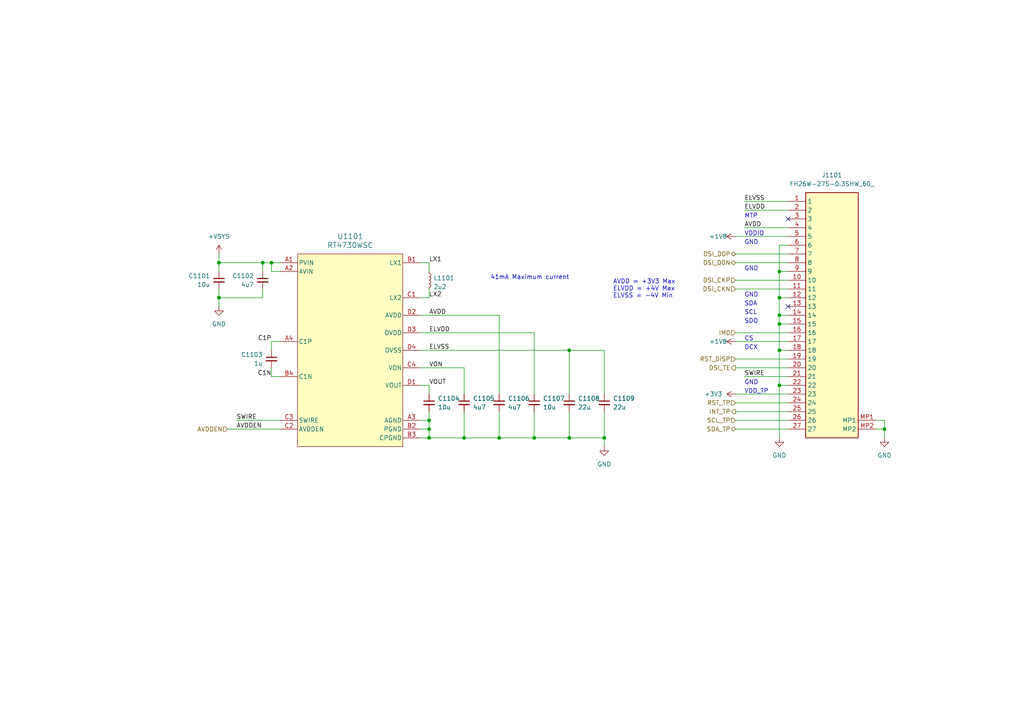
<source format=kicad_sch>
(kicad_sch (version 20231120) (generator "eeschema") (generator_version "8.0")
  (paper "A4")
  (lib_symbols
    (symbol "Device:C_Small" (pin_numbers hide) (pin_names (offset 0.254) hide)
      (property "Reference" "C" (at 0.254 1.778 0))
      (property "Value" "C_Small" (at 0.254 -2.032 0))
      (symbol "C_Small_0_1"
        (polyline (pts (xy -1.524 -0.508) (xy 1.524 -0.508)) (stroke (width 0.3302)))
        (polyline (pts (xy -1.524 0.508) (xy 1.524 0.508)) (stroke (width 0.3048)))
      )
      (symbol "C_Small_1_1"
        (pin passive line (at 0 2.54 270) (length 2.032) (name "~") (number "1"))
        (pin passive line (at 0 -2.54 90) (length 2.032) (name "~") (number "2"))
      )
    )
    (symbol "Device:L_Small" (pin_numbers hide) (pin_names (offset 0.254) hide)
      (property "Reference" "L" (at 0.762 1.016 0))
      (property "Value" "L_Small" (at 0.762 -1.016 0))
      (symbol "L_Small_0_1"
        (arc (start 0 -2.032) (mid 0.5058 -1.524) (end 0 -1.016))
        (arc (start 0 -1.016) (mid 0.5058 -0.508) (end 0 0))
        (arc (start 0 0) (mid 0.5058 0.508) (end 0 1.016))
        (arc (start 0 1.016) (mid 0.5058 1.524) (end 0 2.032))
      )
      (symbol "L_Small_1_1"
        (pin passive line (at 0 2.54 270) (length 0.508) (name "~") (number "1"))
        (pin passive line (at 0 -2.54 90) (length 0.508) (name "~") (number "2"))
      )
    )
    (symbol "FH26W-27S-0_3SHW_60_:FH26W-27S-0.3SHW_60_"
      (property "Reference" "J" (at 0 5.08 0))
      (property "Value" "FH26W-27S-0.3SHW_60_" (at 0 2.54 0))
      (symbol "FH26W-27S-0.3SHW_60__1_1"
        (rectangle (start -7.62 0) (end 7.62 -71.12) (stroke (width 0.254)) (fill (type background)))
        (pin passive line (at -12.7 -2.54 0) (length 5.08) (name "1") (number "1"))
        (pin passive line (at -12.7 -25.4 0) (length 5.08) (name "10") (number "10"))
        (pin passive line (at -12.7 -27.94 0) (length 5.08) (name "11") (number "11"))
        (pin passive line (at -12.7 -30.48 0) (length 5.08) (name "12") (number "12"))
        (pin passive line (at -12.7 -33.02 0) (length 5.08) (name "13") (number "13"))
        (pin passive line (at -12.7 -35.56 0) (length 5.08) (name "14") (number "14"))
        (pin passive line (at -12.7 -38.1 0) (length 5.08) (name "15") (number "15"))
        (pin passive line (at -12.7 -40.64 0) (length 5.08) (name "16") (number "16"))
        (pin passive line (at -12.7 -43.18 0) (length 5.08) (name "17") (number "17"))
        (pin passive line (at -12.7 -45.72 0) (length 5.08) (name "18") (number "18"))
        (pin passive line (at -12.7 -48.26 0) (length 5.08) (name "19") (number "19"))
        (pin passive line (at -12.7 -5.08 0) (length 5.08) (name "2") (number "2"))
        (pin passive line (at -12.7 -50.8 0) (length 5.08) (name "20") (number "20"))
        (pin passive line (at -12.7 -53.34 0) (length 5.08) (name "21") (number "21"))
        (pin passive line (at -12.7 -55.88 0) (length 5.08) (name "22") (number "22"))
        (pin passive line (at -12.7 -58.42 0) (length 5.08) (name "23") (number "23"))
        (pin passive line (at -12.7 -60.96 0) (length 5.08) (name "24") (number "24"))
        (pin passive line (at -12.7 -63.5 0) (length 5.08) (name "25") (number "25"))
        (pin passive line (at -12.7 -66.04 0) (length 5.08) (name "26") (number "26"))
        (pin passive line (at -12.7 -68.58 0) (length 5.08) (name "27") (number "27"))
        (pin passive line (at -12.7 -7.62 0) (length 5.08) (name "3") (number "3"))
        (pin passive line (at -12.7 -10.16 0) (length 5.08) (name "4") (number "4"))
        (pin passive line (at -12.7 -12.7 0) (length 5.08) (name "5") (number "5"))
        (pin passive line (at -12.7 -15.24 0) (length 5.08) (name "6") (number "6"))
        (pin passive line (at -12.7 -17.78 0) (length 5.08) (name "7") (number "7"))
        (pin passive line (at -12.7 -20.32 0) (length 5.08) (name "8") (number "8"))
        (pin passive line (at -12.7 -22.86 0) (length 5.08) (name "9") (number "9"))
        (pin passive line (at 12.7 -66.04 180) (length 5.08) (name "MP1") (number "MP1"))
        (pin passive line (at 12.7 -68.58 180) (length 5.08) (name "MP2") (number "MP2"))
      )
    )
    (symbol "RT4730WSC:RT4730WSC" (pin_names (offset 0.254))
      (property "Reference" "U" (at 0 25.4 0))
      (property "Value" "RT4730WSC" (at 0 22.86 0))
      (symbol "RT4730WSC_0_1"
        (pin power_in line (at -20.32 17.78 0) (length 5.08) (name "PVIN") (number "A1"))
        (pin power_in line (at -20.32 15.24 0) (length 5.08) (name "AVIN") (number "A2"))
        (pin power_out line (at 20.32 -27.94 180) (length 5.08) (name "AGND") (number "A3"))
        (pin bidirectional line (at 20.32 17.78 180) (length 5.08) (name "LX1") (number "B1"))
        (pin power_out line (at 20.32 -30.48 180) (length 5.08) (name "PGND") (number "B2"))
        (pin power_out line (at 20.32 -33.02 180) (length 5.08) (name "CPGND") (number "B3"))
        (pin bidirectional line (at 20.32 7.62 180) (length 5.08) (name "LX2") (number "C1"))
        (pin power_in line (at -20.32 -30.48 0) (length 5.08) (name "AVDDEN") (number "C2"))
        (pin unspecified line (at -20.32 -27.94 0) (length 5.08) (name "SWIRE") (number "C3"))
        (pin output line (at 20.32 -12.7 180) (length 5.08) (name "VON") (number "C4"))
        (pin output line (at 20.32 -17.78 180) (length 5.08) (name "VOUT") (number "D1"))
        (pin output line (at 20.32 2.54 180) (length 5.08) (name "AVDD") (number "D2"))
        (pin output line (at 20.32 -2.54 180) (length 5.08) (name "OVDD") (number "D3"))
        (pin output line (at 20.32 -7.62 180) (length 5.08) (name "OVSS") (number "D4"))
      )
      (symbol "RT4730WSC_1_1"
        (rectangle (start -15.24 20.32) (end 15.24 -35.56) (fill (type background)))
        (pin unspecified line (at -20.32 -5.08 0) (length 5.08) (name "C1P") (number "A4"))
        (pin unspecified line (at -20.32 -15.24 0) (length 5.08) (name "C1N") (number "B4"))
      )
    )
    (symbol "power:+1V8" (power) (pin_numbers hide) (pin_names (offset 0) hide)
      (property "Value" "+1V8" (at 0 3.556 0))
      (symbol "+1V8_0_1"
        (polyline (pts (xy -0.762 1.27) (xy 0 2.54)))
        (polyline (pts (xy 0 0) (xy 0 2.54)))
        (polyline (pts (xy 0 2.54) (xy 0.762 1.27)))
      )
      (symbol "+1V8_1_1"
        (pin power_in line (at 0 0 90) (length 0) (name "~") (number "1"))
      )
    )
    (symbol "power:+3V3" (power) (pin_numbers hide) (pin_names (offset 0) hide)
      (property "Value" "+3V3" (at 0 3.556 0))
      (symbol "+3V3_0_1"
        (polyline (pts (xy -0.762 1.27) (xy 0 2.54)))
        (polyline (pts (xy 0 0) (xy 0 2.54)))
        (polyline (pts (xy 0 2.54) (xy 0.762 1.27)))
      )
      (symbol "+3V3_1_1"
        (pin power_in line (at 0 0 90) (length 0) (name "~") (number "1"))
      )
    )
    (symbol "power:GND" (power) (pin_numbers hide) (pin_names (offset 0) hide)
      (property "Value" "GND" (at 0 -3.81 0))
      (symbol "GND_0_1"
        (polyline (pts (xy 0 0) (xy 0 -1.27) (xy 1.27 -1.27) (xy 0 -2.54) (xy -1.27 -1.27) (xy 0 -1.27)))
      )
      (symbol "GND_1_1"
        (pin power_in line (at 0 0 270) (length 0) (name "~") (number "1"))
      )
    )
    (symbol "watch_symbols_lib:+VSYS" (power) (pin_names (offset 0))
      (property "Value" "+VSYS" (at 0 3.556 0))
      (symbol "+VSYS_0_1"
        (polyline (pts (xy -0.762 1.27) (xy 0 2.54)))
        (polyline (pts (xy 0 0) (xy 0 2.54)))
        (polyline (pts (xy 0 2.54) (xy 0.762 1.27)))
      )
      (symbol "+VSYS_1_1"
        (pin power_in line (at 0 0 90) (length 0) hide (name "+VSYS") (number "1"))
      )
    )
  )
  (junction (at 256.54 124.46))
  (junction (at 124.46 124.46))
  (junction (at 175.26 127))
  (junction (at 63.5 76.2))
  (junction (at 134.62 127))
  (junction (at 226.06 91.44))
  (junction (at 124.46 121.92))
  (junction (at 154.94 127))
  (junction (at 165.1 127))
  (junction (at 76.2 76.2))
  (junction (at 63.5 86.36))
  (junction (at 226.06 86.36))
  (junction (at 226.06 101.6))
  (junction (at 165.1 101.6))
  (junction (at 144.78 127))
  (junction (at 226.06 111.76))
  (junction (at 78.74 76.2))
  (junction (at 226.06 78.74))
  (junction (at 226.06 93.98))
  (junction (at 124.46 127))
  (no_connect (at 228.6 88.9))
  (no_connect (at 228.6 63.5))
  (wire (pts (xy 213.36 99.06) (xy 228.6 99.06)))
  (wire (pts (xy 121.92 106.68) (xy 134.62 106.68)))
  (wire (pts (xy 154.94 114.3) (xy 154.94 96.52)))
  (wire (pts (xy 63.5 76.2) (xy 76.2 76.2)))
  (wire (pts (xy 124.46 114.3) (xy 124.46 111.76)))
  (wire (pts (xy 213.36 73.66) (xy 228.6 73.66)))
  (wire (pts (xy 124.46 121.92) (xy 124.46 119.38)))
  (wire (pts (xy 165.1 101.6) (xy 175.26 101.6)))
  (wire (pts (xy 78.74 76.2) (xy 81.28 76.2)))
  (wire (pts (xy 78.74 101.6) (xy 78.74 99.06)))
  (wire (pts (xy 226.06 91.44) (xy 228.6 91.44)))
  (wire (pts (xy 76.2 86.36) (xy 76.2 83.82)))
  (wire (pts (xy 213.36 68.58) (xy 228.6 68.58)))
  (wire (pts (xy 165.1 119.38) (xy 165.1 127)))
  (wire (pts (xy 228.6 71.12) (xy 226.06 71.12)))
  (wire (pts (xy 81.28 78.74) (xy 78.74 78.74)))
  (wire (pts (xy 175.26 127) (xy 165.1 127)))
  (wire (pts (xy 165.1 127) (xy 154.94 127)))
  (wire (pts (xy 165.1 101.6) (xy 121.92 101.6)))
  (wire (pts (xy 256.54 121.92) (xy 254 121.92)))
  (wire (pts (xy 78.74 76.2) (xy 78.74 78.74)))
  (wire (pts (xy 78.74 106.68) (xy 78.74 109.22)))
  (wire (pts (xy 165.1 101.6) (xy 165.1 114.3)))
  (wire (pts (xy 254 124.46) (xy 256.54 124.46)))
  (wire (pts (xy 215.9 66.04) (xy 228.6 66.04)))
  (wire (pts (xy 124.46 76.2) (xy 121.92 76.2)))
  (wire (pts (xy 144.78 127) (xy 134.62 127)))
  (wire (pts (xy 256.54 127) (xy 256.54 124.46)))
  (wire (pts (xy 124.46 83.82) (xy 124.46 86.36)))
  (wire (pts (xy 175.26 119.38) (xy 175.26 127)))
  (wire (pts (xy 213.36 104.14) (xy 228.6 104.14)))
  (wire (pts (xy 213.36 83.82) (xy 228.6 83.82)))
  (wire (pts (xy 226.06 91.44) (xy 226.06 86.36)))
  (wire (pts (xy 121.92 96.52) (xy 154.94 96.52)))
  (wire (pts (xy 175.26 101.6) (xy 175.26 114.3)))
  (wire (pts (xy 134.62 119.38) (xy 134.62 127)))
  (wire (pts (xy 63.5 86.36) (xy 63.5 88.9)))
  (wire (pts (xy 76.2 76.2) (xy 78.74 76.2)))
  (wire (pts (xy 226.06 78.74) (xy 228.6 78.74)))
  (wire (pts (xy 215.9 58.42) (xy 228.6 58.42)))
  (wire (pts (xy 121.92 121.92) (xy 124.46 121.92)))
  (wire (pts (xy 226.06 86.36) (xy 228.6 86.36)))
  (wire (pts (xy 215.9 109.22) (xy 228.6 109.22)))
  (wire (pts (xy 134.62 106.68) (xy 134.62 114.3)))
  (wire (pts (xy 154.94 119.38) (xy 154.94 127)))
  (wire (pts (xy 226.06 93.98) (xy 226.06 91.44)))
  (wire (pts (xy 175.26 127) (xy 175.26 129.54)))
  (wire (pts (xy 215.9 60.96) (xy 228.6 60.96)))
  (wire (pts (xy 63.5 78.74) (xy 63.5 76.2)))
  (wire (pts (xy 121.92 91.44) (xy 144.78 91.44)))
  (wire (pts (xy 213.36 76.2) (xy 228.6 76.2)))
  (wire (pts (xy 121.92 111.76) (xy 124.46 111.76)))
  (wire (pts (xy 213.36 96.52) (xy 228.6 96.52)))
  (wire (pts (xy 68.58 121.92) (xy 81.28 121.92)))
  (wire (pts (xy 144.78 119.38) (xy 144.78 127)))
  (wire (pts (xy 66.04 124.46) (xy 81.28 124.46)))
  (wire (pts (xy 124.46 124.46) (xy 124.46 121.92)))
  (wire (pts (xy 226.06 111.76) (xy 226.06 101.6)))
  (wire (pts (xy 76.2 78.74) (xy 76.2 76.2)))
  (wire (pts (xy 226.06 101.6) (xy 226.06 93.98)))
  (wire (pts (xy 78.74 109.22) (xy 81.28 109.22)))
  (wire (pts (xy 121.92 127) (xy 124.46 127)))
  (wire (pts (xy 226.06 111.76) (xy 228.6 111.76)))
  (wire (pts (xy 154.94 127) (xy 144.78 127)))
  (wire (pts (xy 213.36 81.28) (xy 228.6 81.28)))
  (wire (pts (xy 213.36 114.3) (xy 228.6 114.3)))
  (wire (pts (xy 63.5 73.66) (xy 63.5 76.2)))
  (wire (pts (xy 121.92 124.46) (xy 124.46 124.46)))
  (wire (pts (xy 256.54 124.46) (xy 256.54 121.92)))
  (wire (pts (xy 226.06 127) (xy 226.06 111.76)))
  (wire (pts (xy 213.36 121.92) (xy 228.6 121.92)))
  (wire (pts (xy 213.36 116.84) (xy 228.6 116.84)))
  (wire (pts (xy 124.46 86.36) (xy 121.92 86.36)))
  (wire (pts (xy 226.06 93.98) (xy 228.6 93.98)))
  (wire (pts (xy 124.46 127) (xy 124.46 124.46)))
  (wire (pts (xy 78.74 99.06) (xy 81.28 99.06)))
  (wire (pts (xy 213.36 124.46) (xy 228.6 124.46)))
  (wire (pts (xy 213.36 106.68) (xy 228.6 106.68)))
  (wire (pts (xy 226.06 101.6) (xy 228.6 101.6)))
  (wire (pts (xy 144.78 91.44) (xy 144.78 114.3)))
  (wire (pts (xy 213.36 119.38) (xy 228.6 119.38)))
  (wire (pts (xy 226.06 86.36) (xy 226.06 78.74)))
  (wire (pts (xy 63.5 86.36) (xy 76.2 86.36)))
  (wire (pts (xy 124.46 78.74) (xy 124.46 76.2)))
  (wire (pts (xy 226.06 71.12) (xy 226.06 78.74)))
  (wire (pts (xy 134.62 127) (xy 124.46 127)))
  (wire (pts (xy 63.5 83.82) (xy 63.5 86.36)))
  (text "GND" (at 215.9 86.36 0) (effects (font (size 1.27 1.27)) (justify left bottom)))
  (text "VDDIO" (at 215.9 68.58 0) (effects (font (size 1.27 1.27)) (justify left bottom)))
  (text "SDA" (at 215.9 88.9 0) (effects (font (size 1.27 1.27)) (justify left bottom)))
  (text "SCL" (at 215.9 91.44 0) (effects (font (size 1.27 1.27)) (justify left bottom)))
  (text "DCX" (at 215.9 101.6 0) (effects (font (size 1.27 1.27)) (justify left bottom)))
  (text "VDD_TP" (at 215.9 114.3 0) (effects (font (size 1.27 1.27)) (justify left bottom)))
  (text "GND" (at 215.9 111.76 0) (effects (font (size 1.27 1.27)) (justify left bottom)))
  (text "CS" (at 215.9 99.06 0) (effects (font (size 1.27 1.27)) (justify left bottom)))
  (text "AVDD = +3V3 Max\nELVDD = +4V Max\nELVSS = -4V Min" (at 177.8 83.82 0) (effects (font (size 1.27 1.27)) (justify left)))
  (text "41mA Maximum current" (at 142.24 81.28 0) (effects (font (size 1.27 1.27)) (justify left bottom)))
  (text "GND" (at 215.9 78.74 0) (effects (font (size 1.27 1.27)) (justify left bottom)))
  (text "SDO" (at 215.9 93.98 0) (effects (font (size 1.27 1.27)) (justify left bottom)))
  (text "GND" (at 215.9 71.12 0) (effects (font (size 1.27 1.27)) (justify left bottom)))
  (text "MTP" (at 215.9 63.5 0) (effects (font (size 1.27 1.27)) (justify left bottom)))
  (label "AVDD" (at 124.46 91.44 0))
  (label "ELVDD" (at 215.9 60.96 0))
  (label "ELVSS" (at 124.46 101.6 0))
  (label "VOUT" (at 124.46 111.76 0))
  (label "ELVSS" (at 215.9 58.42 0))
  (label "C1P" (at 78.74 99.06 180))
  (label "SWIRE" (at 68.58 121.92 0))
  (label "VON" (at 124.46 106.68 0))
  (label "LX1" (at 124.46 76.2 0))
  (label "AVDD" (at 215.9 66.04 0))
  (label "LX2" (at 124.46 86.36 0))
  (label "SWIRE" (at 215.9 109.22 0))
  (label "AVDDEN" (at 68.58 124.46 0))
  (label "ELVDD" (at 124.46 96.52 0))
  (label "C1N" (at 78.74 109.22 180))
  (hierarchical_label "DSI_CKN" (shape input) (at 213.36 83.82 180))
  (hierarchical_label "DSI_TE" (shape output) (at 213.36 106.68 180))
  (hierarchical_label "INT_TP" (shape output) (at 213.36 119.38 180))
  (hierarchical_label "IM0" (shape input) (at 213.36 96.52 180))
  (hierarchical_label "DSI_D0N" (shape bidirectional) (at 213.36 76.2 180))
  (hierarchical_label "RST_DISP" (shape input) (at 213.36 104.14 180))
  (hierarchical_label "DSI_CKP" (shape input) (at 213.36 81.28 180))
  (hierarchical_label "DSI_D0P" (shape bidirectional) (at 213.36 73.66 180))
  (hierarchical_label "RST_TP" (shape input) (at 213.36 116.84 180))
  (hierarchical_label "SCL_TP" (shape input) (at 213.36 121.92 180))
  (hierarchical_label "SDA_TP" (shape bidirectional) (at 213.36 124.46 180))
  (hierarchical_label "AVDDEN" (shape input) (at 66.04 124.46 180))
  (symbol (lib_id "Device:C_Small") (at 144.78 116.84 0) (mirror y) (unit 1)
    (property "Reference" "C1106" (at 147.32 115.5763 0) (effects (justify right)))
    (property "Value" "4u7" (at 147.32 118.1163 0) (effects (justify right)))
    (property "Footprint" "Capacitor_SMD:C_0402_1005Metric" (effects (hide yes)))
    (property "Description" "Unpolarized capacitor, small symbol" (effects (hide yes)))
    (instances (project "keyboard_v2" (path "" (reference "C1106") (unit 1)) (path "" (reference "C406") (unit 1))))
  )
  (symbol (lib_id "Device:L_Small") (at 124.46 81.28 0) (unit 1)
    (property "Reference" "L1101" (at 125.73 80.645 0) (effects (justify left)))
    (property "Value" "2u2" (at 125.73 83.185 0) (effects (justify left)))
    (property "Footprint" "Inductor_SMD:L_Murata_DFE201610P" (effects (hide yes)))
    (property "Description" "Inductor, small symbol" (effects (hide yes)))
    (instances (project "keyboard_v2" (path "" (reference "L1101") (unit 1)) (path "" (reference "L401") (unit 1))))
  )
  (symbol (lib_id "Device:C_Small") (at 63.5 81.28 0) (unit 1)
    (property "Reference" "C1101" (at 60.96 80.0163 0) (effects (justify right)))
    (property "Value" "10u" (at 60.96 82.5563 0) (effects (justify right)))
    (property "Footprint" "Capacitor_SMD:C_0402_1005Metric" (effects (hide yes)))
    (property "Description" "Unpolarized capacitor, small symbol" (effects (hide yes)))
    (instances (project "keyboard_v2" (path "" (reference "C1101") (unit 1)) (path "" (reference "C401") (unit 1))))
  )
  (symbol (lib_id "Device:C_Small") (at 175.26 116.84 0) (mirror y) (unit 1)
    (property "Reference" "C1109" (at 177.8 115.5763 0) (effects (justify right)))
    (property "Value" "22u" (at 177.8 118.1163 0) (effects (justify right)))
    (property "Footprint" "Capacitor_SMD:C_0402_1005Metric" (effects (hide yes)))
    (property "Description" "Unpolarized capacitor, small symbol" (effects (hide yes)))
    (instances (project "keyboard_v2" (path "" (reference "C1109") (unit 1)) (path "" (reference "C409") (unit 1))))
  )
  (symbol (lib_id "Device:C_Small") (at 134.62 116.84 0) (mirror y) (unit 1)
    (property "Reference" "C1105" (at 137.16 115.5763 0) (effects (justify right)))
    (property "Value" "4u7" (at 137.16 118.1163 0) (effects (justify right)))
    (property "Footprint" "Capacitor_SMD:C_0402_1005Metric" (effects (hide yes)))
    (property "Description" "Unpolarized capacitor, small symbol" (effects (hide yes)))
    (instances (project "keyboard_v2" (path "" (reference "C1105") (unit 1)) (path "" (reference "C405") (unit 1))))
  )
  (symbol (lib_id "power:+1V8") (at 213.36 68.58 90) (unit 1)
    (property "Reference" "#PWR0408" (effects (hide yes)))
    (property "Value" "+1V8" (at 208.28 68.58 90))
    (property "Description" "Power symbol creates a global label with name \"+1V8\"" (effects (hide yes)))
    (instances (project "keyboard_v2" (path "" (reference "#PWR0408") (unit 1)) (path "" (reference "#PWR01108") (unit 1))))
  )
  (symbol (lib_id "power:GND") (at 175.26 129.54 0) (unit 1)
    (property "Reference" "#PWR01103" (effects (hide yes)))
    (property "Value" "GND" (at 175.26 134.62 0))
    (property "Description" "Power symbol creates a global label with name \"GND\" , ground" (effects (hide yes)))
    (instances (project "keyboard_v2" (path "" (reference "#PWR01103") (unit 1)) (path "" (reference "#PWR0403") (unit 1))))
  )
  (symbol (lib_id "power:+1V8") (at 213.36 99.06 90) (unit 1)
    (property "Reference" "#PWR0406" (effects (hide yes)))
    (property "Value" "+1V8" (at 208.28 99.06 90))
    (property "Description" "Power symbol creates a global label with name \"+1V8\"" (effects (hide yes)))
    (instances (project "keyboard_v2" (path "" (reference "#PWR0406") (unit 1)) (path "" (reference "#PWR01106") (unit 1))))
  )
  (symbol (lib_id "watch_symbols_lib:+VSYS") (at 63.5 73.66 0) (unit 1)
    (property "Reference" "#PWR01101" (effects (hide yes)))
    (property "Value" "+VSYS" (at 63.5 68.58 0))
    (property "Description" "Power symbol creates a global label with name \"+VSYS\"" (effects (hide yes)))
    (instances (project "keyboard_v2" (path "" (reference "#PWR01101") (unit 1)) (path "" (reference "#PWR0401") (unit 1))))
  )
  (symbol (lib_id "Device:C_Small") (at 124.46 116.84 0) (mirror y) (unit 1)
    (property "Reference" "C1104" (at 127 115.5763 0) (effects (justify right)))
    (property "Value" "10u" (at 127 118.1163 0) (effects (justify right)))
    (property "Footprint" "Capacitor_SMD:C_0402_1005Metric" (effects (hide yes)))
    (property "Description" "Unpolarized capacitor, small symbol" (effects (hide yes)))
    (instances (project "keyboard_v2" (path "" (reference "C1104") (unit 1)) (path "" (reference "C404") (unit 1))))
  )
  (symbol (lib_id "Device:C_Small") (at 154.94 116.84 0) (mirror y) (unit 1)
    (property "Reference" "C1107" (at 157.48 115.5763 0) (effects (justify right)))
    (property "Value" "10u" (at 157.48 118.1163 0) (effects (justify right)))
    (property "Footprint" "Capacitor_SMD:C_0402_1005Metric" (effects (hide yes)))
    (property "Description" "Unpolarized capacitor, small symbol" (effects (hide yes)))
    (instances (project "keyboard_v2" (path "" (reference "C1107") (unit 1)) (path "" (reference "C407") (unit 1))))
  )
  (symbol (lib_id "power:GND") (at 256.54 127 0) (unit 1)
    (property "Reference" "#PWR0404" (effects (hide yes)))
    (property "Value" "GND" (at 256.54 132.08 0))
    (property "Description" "Power symbol creates a global label with name \"GND\" , ground" (effects (hide yes)))
    (instances (project "keyboard_v2" (path "" (reference "#PWR0404") (unit 1)) (path "" (reference "#PWR01104") (unit 1))))
  )
  (symbol (lib_id "FH26W-27S-0_3SHW_60_:FH26W-27S-0.3SHW_60_") (at 241.3 55.88 0) (unit 1)
    (property "Reference" "J1101" (at 241.3 50.8 0))
    (property "Value" "FH26W-27S-0.3SHW_60_" (at 241.3 53.34 0))
    (property "Footprint" "keyboard_footprints:FH26W27S03SHW60" (effects (hide yes)))
    (property "Datasheet" "https://www.hirose.com/product/document?clcode=CL0580-2400-9-60&productname=FH26W-27S-0.3SHW(60)&series=FH26&documenttype=2DDrawing&lang=en&documentid=0001001683" (effects (hide yes)))
    (property "Description" "FFC & FPC Connectors" (effects (hide yes)))
    (property "Height" "2.3" (effects (hide yes)))
    (property "Mouser Part Number" "798-FH26W27S03SHW60" (effects (hide yes)))
    (property "Mouser Price/Stock" "https://www.mouser.co.uk/ProductDetail/Hirose-Connector/FH26W-27S-0.3SHW60?qs=vcbW%252B4%252BSTIouYwvbDemSLQ%3D%3D" (effects (hide yes)))
    (property "Manufacturer_Name" "Hirose" (effects (hide yes)))
    (property "Manufacturer_Part_Number" "FH26W-27S-0.3SHW(60)" (effects (hide yes)))
    (instances (project "keyboard_v2" (path "" (reference "J1101") (unit 1)) (path "" (reference "J401") (unit 1))))
  )
  (symbol (lib_id "power:GND") (at 226.06 127 0) (unit 1)
    (property "Reference" "#PWR0405" (effects (hide yes)))
    (property "Value" "GND" (at 226.06 132.08 0))
    (property "Description" "Power symbol creates a global label with name \"GND\" , ground" (effects (hide yes)))
    (instances (project "keyboard_v2" (path "" (reference "#PWR0405") (unit 1)) (path "" (reference "#PWR01105") (unit 1))))
  )
  (symbol (lib_id "Device:C_Small") (at 78.74 104.14 0) (unit 1)
    (property "Reference" "C1103" (at 76.2 102.8763 0) (effects (justify right)))
    (property "Value" "1u" (at 76.2 105.4163 0) (effects (justify right)))
    (property "Footprint" "Capacitor_SMD:C_0402_1005Metric" (effects (hide yes)))
    (property "Description" "Unpolarized capacitor, small symbol" (effects (hide yes)))
    (instances (project "keyboard_v2" (path "" (reference "C1103") (unit 1)) (path "" (reference "C403") (unit 1))))
  )
  (symbol (lib_id "power:GND") (at 63.5 88.9 0) (unit 1)
    (property "Reference" "#PWR01102" (effects (hide yes)))
    (property "Value" "GND" (at 63.5 93.98 0))
    (property "Description" "Power symbol creates a global label with name \"GND\" , ground" (effects (hide yes)))
    (instances (project "keyboard_v2" (path "" (reference "#PWR01102") (unit 1)) (path "" (reference "#PWR0402") (unit 1))))
  )
  (symbol (lib_id "RT4730WSC:RT4730WSC") (at 101.6 93.98 0) (unit 1)
    (property "Reference" "U1101" (at 101.6 68.58 0) (effects (font (size 1.524 1.524))))
    (property "Value" "RT4730WSC" (at 101.6 71.12 0) (effects (font (size 1.524 1.524))))
    (property "Footprint" "keyboard_footprints:RT4730WSC" (effects (hide yes)))
    (property "Datasheet" "https://www.mouser.co.uk/datasheet/2/1458/DS4730_05-3104696.pdf" (effects (hide yes)))
    (instances (project "keyboard_v2" (path "" (reference "U1101") (unit 1)) (path "" (reference "U401") (unit 1))))
  )
  (symbol (lib_id "Device:C_Small") (at 76.2 81.28 0) (unit 1)
    (property "Reference" "C1102" (at 73.66 80.0163 0) (effects (justify right)))
    (property "Value" "4u7" (at 73.66 82.5563 0) (effects (justify right)))
    (property "Footprint" "Capacitor_SMD:C_0402_1005Metric" (effects (hide yes)))
    (property "Description" "Unpolarized capacitor, small symbol" (effects (hide yes)))
    (instances (project "keyboard_v2" (path "" (reference "C1102") (unit 1)) (path "" (reference "C402") (unit 1))))
  )
  (symbol (lib_id "power:+3V3") (at 213.36 114.3 90) (unit 1)
    (property "Reference" "#PWR0407" (effects (hide yes)))
    (property "Value" "+3V3" (at 209.55 114.2999 90) (effects (justify left)))
    (property "Description" "Power symbol creates a global label with name \"+3V3\"" (effects (hide yes)))
    (instances (project "keyboard_v2" (path "" (reference "#PWR0407") (unit 1)) (path "" (reference "#PWR01107") (unit 1))))
  )
  (symbol (lib_id "Device:C_Small") (at 165.1 116.84 0) (mirror y) (unit 1)
    (property "Reference" "C1108" (at 167.64 115.5763 0) (effects (justify right)))
    (property "Value" "22u" (at 167.64 118.1163 0) (effects (justify right)))
    (property "Footprint" "Capacitor_SMD:C_0402_1005Metric" (effects (hide yes)))
    (property "Description" "Unpolarized capacitor, small symbol" (effects (hide yes)))
    (instances (project "keyboard_v2" (path "" (reference "C1108") (unit 1)) (path "" (reference "C408") (unit 1))))
  )
)
</source>
